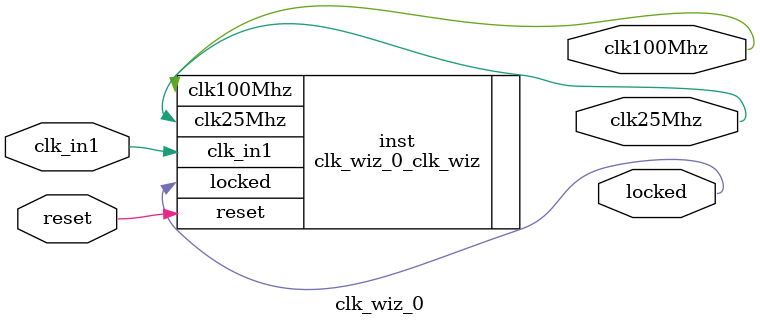
<source format=v>


`timescale 1ps/1ps

(* CORE_GENERATION_INFO = "clk_wiz_0,clk_wiz_v6_0_6_0_0,{component_name=clk_wiz_0,use_phase_alignment=true,use_min_o_jitter=false,use_max_i_jitter=false,use_dyn_phase_shift=false,use_inclk_switchover=false,use_dyn_reconfig=false,enable_axi=0,feedback_source=FDBK_AUTO,PRIMITIVE=MMCM,num_out_clk=2,clkin1_period=83.333,clkin2_period=10.0,use_power_down=false,use_reset=true,use_locked=true,use_inclk_stopped=false,feedback_type=SINGLE,CLOCK_MGR_TYPE=NA,manual_override=false}" *)

module clk_wiz_0 
 (
  // Clock out ports
  output        clk100Mhz,
  output        clk25Mhz,
  // Status and control signals
  input         reset,
  output        locked,
 // Clock in ports
  input         clk_in1
 );

  clk_wiz_0_clk_wiz inst
  (
  // Clock out ports  
  .clk100Mhz(clk100Mhz),
  .clk25Mhz(clk25Mhz),
  // Status and control signals               
  .reset(reset), 
  .locked(locked),
 // Clock in ports
  .clk_in1(clk_in1)
  );

endmodule

</source>
